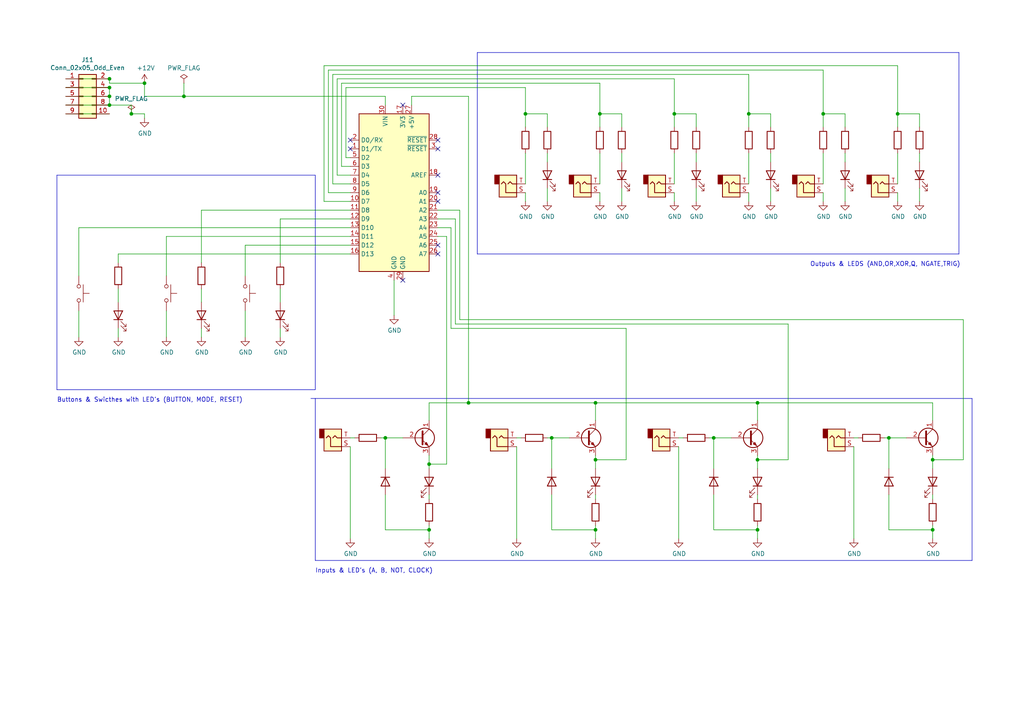
<source format=kicad_sch>
(kicad_sch (version 20230121) (generator eeschema)
  (paper "A4")
  (title_block (title "TrigDuino") (rev "0.1") (company "Jan den Besten"))
  (lib_symbols
    (symbol "Connector_Generic:Conn_02x05_Odd_Even" (pin_names (offset 1.016) hide)
      (property "Reference" "J" (at 1.27 7.62 0))
      (property "Value" "Conn_02x05_Odd_Even" (at 1.27 -7.62 0))
      (symbol "Conn_02x05_Odd_Even_1_1"
        (rectangle (start -1.27 -4.953) (end 0 -5.207) (stroke (width 0.1524)))
        (rectangle (start -1.27 -2.413) (end 0 -2.667) (stroke (width 0.1524)))
        (rectangle (start -1.27 0.127) (end 0 -0.127) (stroke (width 0.1524)))
        (rectangle (start -1.27 2.667) (end 0 2.413) (stroke (width 0.1524)))
        (rectangle (start -1.27 5.207) (end 0 4.953) (stroke (width 0.1524)))
        (rectangle (start -1.27 6.35) (end 3.81 -6.35) (stroke (width 0.254)) (fill (type background)))
        (rectangle (start 3.81 -4.953) (end 2.54 -5.207) (stroke (width 0.1524)))
        (rectangle (start 3.81 -2.413) (end 2.54 -2.667) (stroke (width 0.1524)))
        (rectangle (start 3.81 0.127) (end 2.54 -0.127) (stroke (width 0.1524)))
        (rectangle (start 3.81 2.667) (end 2.54 2.413) (stroke (width 0.1524)))
        (rectangle (start 3.81 5.207) (end 2.54 4.953) (stroke (width 0.1524)))
        (pin passive line (at -5.08 5.08 0) (length 3.81) (name "Pin_1") (number "1"))
        (pin passive line (at 7.62 -5.08 180) (length 3.81) (name "Pin_10") (number "10"))
        (pin passive line (at 7.62 5.08 180) (length 3.81) (name "Pin_2") (number "2"))
        (pin passive line (at -5.08 2.54 0) (length 3.81) (name "Pin_3") (number "3"))
        (pin passive line (at 7.62 2.54 180) (length 3.81) (name "Pin_4") (number "4"))
        (pin passive line (at -5.08 0 0) (length 3.81) (name "Pin_5") (number "5"))
        (pin passive line (at 7.62 0 180) (length 3.81) (name "Pin_6") (number "6"))
        (pin passive line (at -5.08 -2.54 0) (length 3.81) (name "Pin_7") (number "7"))
        (pin passive line (at 7.62 -2.54 180) (length 3.81) (name "Pin_8") (number "8"))
        (pin passive line (at -5.08 -5.08 0) (length 3.81) (name "Pin_9") (number "9"))
      )
    )
    (symbol "Device:LED" (pin_numbers hide) (pin_names (offset 1.016) hide)
      (property "Reference" "D" (at 0 2.54 0))
      (property "Value" "LED" (at 0 -2.54 0))
      (symbol "LED_0_1"
        (polyline (pts (xy -1.27 -1.27) (xy -1.27 1.27)) (stroke (width 0.254)))
        (polyline (pts (xy -1.27 0) (xy 1.27 0)))
        (polyline (pts (xy 1.27 -1.27) (xy 1.27 1.27) (xy -1.27 0) (xy 1.27 -1.27)) (stroke (width 0.254)))
        (polyline (pts (xy -3.048 -0.762) (xy -4.572 -2.286) (xy -3.81 -2.286) (xy -4.572 -2.286) (xy -4.572 -1.524)))
        (polyline (pts (xy -1.778 -0.762) (xy -3.302 -2.286) (xy -2.54 -2.286) (xy -3.302 -2.286) (xy -3.302 -1.524)))
      )
      (symbol "LED_1_1"
        (pin passive line (at -3.81 0 0) (length 2.54) (name "K") (number "1"))
        (pin passive line (at 3.81 0 180) (length 2.54) (name "A") (number "2"))
      )
    )
    (symbol "Device:R" (pin_numbers hide) (pin_names (offset 0))
      (property "Reference" "R" (at 2.032 0 90))
      (property "Value" "R" (at 0 0 90))
      (symbol "R_0_1"
        (rectangle (start -1.016 -2.54) (end 1.016 2.54) (stroke (width 0.254)))
      )
      (symbol "R_1_1"
        (pin passive line (at 0 3.81 270) (length 1.27) (name "~") (number "1"))
        (pin passive line (at 0 -3.81 90) (length 1.27) (name "~") (number "2"))
      )
    )
    (symbol "Diode:1N4148" (pin_numbers hide) (pin_names hide)
      (property "Reference" "D" (at 0 2.54 0))
      (property "Value" "1N4148" (at 0 -2.54 0))
      (symbol "1N4148_0_1"
        (polyline (pts (xy -1.27 1.27) (xy -1.27 -1.27)) (stroke (width 0.254)))
        (polyline (pts (xy 1.27 0) (xy -1.27 0)))
        (polyline (pts (xy 1.27 1.27) (xy 1.27 -1.27) (xy -1.27 0) (xy 1.27 1.27)) (stroke (width 0.254)))
      )
      (symbol "1N4148_1_1"
        (pin passive line (at -3.81 0 0) (length 2.54) (name "K") (number "1"))
        (pin passive line (at 3.81 0 180) (length 2.54) (name "A") (number "2"))
      )
    )
    (symbol "LogicModule-rescue:AudioJack2-Connector"
      (property "Reference" "J" (at 0 8.89 0))
      (property "Value" "Connector_AudioJack2" (at 0 6.35 0))
      (symbol "AudioJack2-Connector_0_1"
        (rectangle (start -3.81 0) (end -2.54 -2.54) (stroke (width 0.254)) (fill (type outline)))
        (rectangle (start -2.54 3.81) (end 2.54 -2.54) (stroke (width 0.254)) (fill (type background)))
        (polyline (pts (xy 0 0) (xy 0.635 -0.635) (xy 1.27 0) (xy 2.54 0)) (stroke (width 0.254)))
        (polyline (pts (xy 2.54 2.54) (xy -0.635 2.54) (xy -0.635 0) (xy -1.27 -0.635) (xy -1.905 0)) (stroke (width 0.254)))
      )
      (symbol "AudioJack2-Connector_1_1"
        (pin passive line (at 5.08 2.54 180) (length 2.54) (name "~") (number "S"))
        (pin passive line (at 5.08 0 180) (length 2.54) (name "~") (number "T"))
      )
    )
    (symbol "MCU_Module:Arduino_Nano_v2.x"
      (property "Reference" "A" (at -10.16 23.495 0))
      (property "Value" "Arduino_Nano_v2.x" (at 5.08 -24.13 0))
      (symbol "Arduino_Nano_v2.x_0_1"
        (rectangle (start -10.16 22.86) (end 10.16 -22.86) (stroke (width 0.254)) (fill (type background)))
      )
      (symbol "Arduino_Nano_v2.x_1_1"
        (pin bidirectional line (at -12.7 12.7 0) (length 2.54) (name "D1/TX") (number "1"))
        (pin bidirectional line (at -12.7 -2.54 0) (length 2.54) (name "D7") (number "10"))
        (pin bidirectional line (at -12.7 -5.08 0) (length 2.54) (name "D8") (number "11"))
        (pin bidirectional line (at -12.7 -7.62 0) (length 2.54) (name "D9") (number "12"))
        (pin bidirectional line (at -12.7 -10.16 0) (length 2.54) (name "D10") (number "13"))
        (pin bidirectional line (at -12.7 -12.7 0) (length 2.54) (name "D11") (number "14"))
        (pin bidirectional line (at -12.7 -15.24 0) (length 2.54) (name "D12") (number "15"))
        (pin bidirectional line (at -12.7 -17.78 0) (length 2.54) (name "D13") (number "16"))
        (pin power_out line (at 2.54 25.4 270) (length 2.54) (name "3V3") (number "17"))
        (pin input line (at 12.7 5.08 180) (length 2.54) (name "AREF") (number "18"))
        (pin bidirectional line (at 12.7 0 180) (length 2.54) (name "A0") (number "19"))
        (pin bidirectional line (at -12.7 15.24 0) (length 2.54) (name "D0/RX") (number "2"))
        (pin bidirectional line (at 12.7 -2.54 180) (length 2.54) (name "A1") (number "20"))
        (pin bidirectional line (at 12.7 -5.08 180) (length 2.54) (name "A2") (number "21"))
        (pin bidirectional line (at 12.7 -7.62 180) (length 2.54) (name "A3") (number "22"))
        (pin bidirectional line (at 12.7 -10.16 180) (length 2.54) (name "A4") (number "23"))
        (pin bidirectional line (at 12.7 -12.7 180) (length 2.54) (name "A5") (number "24"))
        (pin bidirectional line (at 12.7 -15.24 180) (length 2.54) (name "A6") (number "25"))
        (pin bidirectional line (at 12.7 -17.78 180) (length 2.54) (name "A7") (number "26"))
        (pin power_out line (at 5.08 25.4 270) (length 2.54) (name "+5V") (number "27"))
        (pin input line (at 12.7 15.24 180) (length 2.54) (name "~{RESET}") (number "28"))
        (pin power_in line (at 2.54 -25.4 90) (length 2.54) (name "GND") (number "29"))
        (pin input line (at 12.7 12.7 180) (length 2.54) (name "~{RESET}") (number "3"))
        (pin power_in line (at -2.54 25.4 270) (length 2.54) (name "VIN") (number "30"))
        (pin power_in line (at 0 -25.4 90) (length 2.54) (name "GND") (number "4"))
        (pin bidirectional line (at -12.7 10.16 0) (length 2.54) (name "D2") (number "5"))
        (pin bidirectional line (at -12.7 7.62 0) (length 2.54) (name "D3") (number "6"))
        (pin bidirectional line (at -12.7 5.08 0) (length 2.54) (name "D4") (number "7"))
        (pin bidirectional line (at -12.7 2.54 0) (length 2.54) (name "D5") (number "8"))
        (pin bidirectional line (at -12.7 0 0) (length 2.54) (name "D6") (number "9"))
      )
    )
    (symbol "Switch:SW_Push" (pin_numbers hide) (pin_names (offset 1.016) hide)
      (property "Reference" "SW" (at 1.27 2.54 0))
      (property "Value" "SW_Push" (at 0 -1.524 0))
      (symbol "SW_Push_0_1"
        (circle (center -2.032 0) (radius 0.508))
        (polyline (pts (xy 0 1.27) (xy 0 3.048)))
        (polyline (pts (xy 2.54 1.27) (xy -2.54 1.27)))
        (circle (center 2.032 0) (radius 0.508))
        (pin passive line (at -5.08 0 0) (length 2.54) (name "1") (number "1"))
        (pin passive line (at 5.08 0 180) (length 2.54) (name "2") (number "2"))
      )
    )
    (symbol "Transistor_BJT:BC337" (pin_names (offset 0) hide)
      (property "Reference" "Q" (at 5.08 1.905 0))
      (property "Value" "BC337" (at 5.08 0 0))
      (symbol "BC337_0_1"
        (polyline (pts (xy 0 0) (xy 0.635 0)))
        (polyline (pts (xy 0.635 0.635) (xy 2.54 2.54)))
        (polyline (pts (xy 0.635 -0.635) (xy 2.54 -2.54) (xy 2.54 -2.54)))
        (polyline (pts (xy 0.635 1.905) (xy 0.635 -1.905) (xy 0.635 -1.905)) (stroke (width 0.508)))
        (polyline (pts (xy 1.27 -1.778) (xy 1.778 -1.27) (xy 2.286 -2.286) (xy 1.27 -1.778) (xy 1.27 -1.778)) (fill (type outline)))
        (circle (center 1.27 0) (radius 2.8194) (stroke (width 0.254)))
      )
      (symbol "BC337_1_1"
        (pin passive line (at 2.54 5.08 270) (length 2.54) (name "C") (number "1"))
        (pin input line (at -5.08 0 0) (length 5.08) (name "B") (number "2"))
        (pin passive line (at 2.54 -5.08 90) (length 2.54) (name "E") (number "3"))
      )
    )
    (symbol "power:+12V" (power) (pin_names (offset 0))
      (property "Value" "+12V" (at 0 3.556 0))
      (symbol "+12V_0_1"
        (polyline (pts (xy -0.762 1.27) (xy 0 2.54)))
        (polyline (pts (xy 0 0) (xy 0 2.54)))
        (polyline (pts (xy 0 2.54) (xy 0.762 1.27)))
      )
      (symbol "+12V_1_1"
        (pin power_in line (at 0 0 90) (length 0) hide (name "+12V") (number "1"))
      )
    )
    (symbol "power:GND" (power) (pin_names (offset 0))
      (property "Value" "GND" (at 0 -3.81 0))
      (symbol "GND_0_1"
        (polyline (pts (xy 0 0) (xy 0 -1.27) (xy 1.27 -1.27) (xy 0 -2.54) (xy -1.27 -1.27) (xy 0 -1.27)))
      )
      (symbol "GND_1_1"
        (pin power_in line (at 0 0 270) (length 0) hide (name "GND") (number "1"))
      )
    )
    (symbol "power:PWR_FLAG" (power) (pin_numbers hide) (pin_names (offset 0) hide)
      (property "Value" "PWR_FLAG" (at 0 3.81 0))
      (symbol "PWR_FLAG_0_0"
        (pin power_out line (at 0 0 90) (length 0) (name "pwr") (number "1"))
      )
      (symbol "PWR_FLAG_0_1"
        (polyline (pts (xy 0 0) (xy 0 1.27) (xy -1.016 1.905) (xy 0 2.54) (xy 1.016 1.905) (xy 0 1.27)))
      )
    )
  )
  (junction (at 219.71 133.35))
  (junction (at 31.75 25.4))
  (junction (at 31.75 22.86))
  (junction (at 270.51 133.35))
  (junction (at 53.34 27.94))
  (junction (at 219.71 116.84))
  (junction (at 219.71 153.67))
  (junction (at 160.02 127))
  (junction (at 41.91 24.13))
  (junction (at 260.35 33.02))
  (junction (at 124.46 153.67))
  (junction (at 217.17 33.02))
  (junction (at 270.51 153.67))
  (junction (at 195.58 33.02))
  (junction (at 31.75 30.48))
  (junction (at 152.4 33.02))
  (junction (at 172.72 116.84))
  (junction (at 124.46 134.62))
  (junction (at 173.99 33.02))
  (junction (at 257.81 127))
  (junction (at 38.1 33.02))
  (junction (at 135.89 116.84))
  (junction (at 207.01 127))
  (junction (at 172.72 133.35))
  (junction (at 172.72 153.67))
  (junction (at 111.76 127))
  (junction (at 31.75 27.94))
  (junction (at 238.76 33.02))
  (no_connect (at 127 58.42))
  (no_connect (at 127 55.88))
  (no_connect (at 101.6 43.18))
  (no_connect (at 127 40.64))
  (no_connect (at 127 43.18))
  (no_connect (at 127 73.66))
  (no_connect (at 116.84 81.28))
  (no_connect (at 116.84 30.48))
  (no_connect (at 127 71.12))
  (no_connect (at 127 50.8))
  (no_connect (at 101.6 40.64))
  (polyline (pts (xy 91.44 162.56) (xy 91.44 115.57)))
  (wire (pts (xy 160.02 135.89) (xy 160.02 127)))
  (wire (pts (xy 173.99 55.88) (xy 173.99 58.42)))
  (polyline (pts (xy 281.94 115.57) (xy 281.94 162.56)))
  (polyline (pts (xy 91.44 113.03) (xy 91.44 50.8)))
  (wire (pts (xy 173.99 33.02) (xy 180.34 33.02)))
  (wire (pts (xy 223.52 33.02) (xy 223.52 36.83)))
  (wire (pts (xy 101.6 156.21) (xy 101.6 129.54)))
  (wire (pts (xy 31.75 30.48) (xy 19.05 30.48)))
  (wire (pts (xy 238.76 53.34) (xy 238.76 44.45)))
  (wire (pts (xy 219.71 135.89) (xy 219.71 133.35)))
  (wire (pts (xy 228.6 93.98) (xy 132.08 93.98)))
  (wire (pts (xy 260.35 33.02) (xy 266.7 33.02)))
  (wire (pts (xy 270.51 116.84) (xy 219.71 116.84)))
  (wire (pts (xy 160.02 143.51) (xy 160.02 153.67)))
  (wire (pts (xy 130.81 95.25) (xy 130.81 66.04)))
  (wire (pts (xy 119.38 30.48) (xy 119.38 27.94)))
  (wire (pts (xy 219.71 152.4) (xy 219.71 153.67)))
  (polyline (pts (xy 16.51 113.03) (xy 91.44 113.03)))
  (wire (pts (xy 58.42 83.82) (xy 58.42 87.63)))
  (wire (pts (xy 247.65 156.21) (xy 247.65 129.54)))
  (wire (pts (xy 48.26 97.79) (xy 48.26 90.17)))
  (wire (pts (xy 53.34 27.94) (xy 41.91 27.94)))
  (wire (pts (xy 133.35 60.96) (xy 127 60.96)))
  (wire (pts (xy 101.6 73.66) (xy 34.29 73.66)))
  (wire (pts (xy 100.33 45.72) (xy 101.6 45.72)))
  (wire (pts (xy 130.81 66.04) (xy 127 66.04)))
  (wire (pts (xy 195.58 55.88) (xy 195.58 58.42)))
  (wire (pts (xy 279.4 92.71) (xy 133.35 92.71)))
  (wire (pts (xy 124.46 134.62) (xy 124.46 135.89)))
  (wire (pts (xy 160.02 127) (xy 165.1 127)))
  (wire (pts (xy 217.17 21.59) (xy 217.17 33.02)))
  (wire (pts (xy 124.46 132.08) (xy 124.46 134.62)))
  (wire (pts (xy 124.46 152.4) (xy 124.46 153.67)))
  (wire (pts (xy 217.17 53.34) (xy 217.17 44.45)))
  (wire (pts (xy 266.7 33.02) (xy 266.7 36.83)))
  (wire (pts (xy 111.76 30.48) (xy 111.76 27.94)))
  (wire (pts (xy 34.29 95.25) (xy 34.29 97.79)))
  (wire (pts (xy 180.34 54.61) (xy 180.34 58.42)))
  (wire (pts (xy 260.35 55.88) (xy 260.35 58.42)))
  (wire (pts (xy 135.89 27.94) (xy 135.89 116.84)))
  (wire (pts (xy 247.65 127) (xy 248.92 127)))
  (wire (pts (xy 81.28 63.5) (xy 101.6 63.5)))
  (wire (pts (xy 111.76 135.89) (xy 111.76 127)))
  (wire (pts (xy 53.34 24.13) (xy 53.34 27.94)))
  (wire (pts (xy 172.72 152.4) (xy 172.72 153.67)))
  (wire (pts (xy 270.51 144.78) (xy 270.51 143.51)))
  (wire (pts (xy 152.4 53.34) (xy 152.4 44.45)))
  (wire (pts (xy 22.86 97.79) (xy 22.86 90.17)))
  (wire (pts (xy 257.81 135.89) (xy 257.81 127)))
  (wire (pts (xy 270.51 153.67) (xy 270.51 156.21)))
  (wire (pts (xy 217.17 33.02) (xy 223.52 33.02)))
  (wire (pts (xy 124.46 116.84) (xy 124.46 121.92)))
  (polyline (pts (xy 281.94 162.56) (xy 91.44 162.56)))
  (wire (pts (xy 207.01 143.51) (xy 207.01 153.67)))
  (wire (pts (xy 101.6 60.96) (xy 58.42 60.96)))
  (polyline (pts (xy 138.43 15.24) (xy 278.13 15.24)))
  (wire (pts (xy 219.71 153.67) (xy 219.71 156.21)))
  (wire (pts (xy 119.38 27.94) (xy 135.89 27.94)))
  (wire (pts (xy 38.1 30.48) (xy 31.75 30.48)))
  (wire (pts (xy 217.17 36.83) (xy 217.17 33.02)))
  (wire (pts (xy 172.72 153.67) (xy 172.72 156.21)))
  (polyline (pts (xy 138.43 73.66) (xy 278.13 73.66)))
  (wire (pts (xy 160.02 153.67) (xy 172.72 153.67)))
  (wire (pts (xy 270.51 133.35) (xy 279.4 133.35)))
  (wire (pts (xy 95.25 55.88) (xy 95.25 20.32)))
  (wire (pts (xy 31.75 24.13) (xy 31.75 22.86)))
  (wire (pts (xy 124.46 144.78) (xy 124.46 143.51)))
  (wire (pts (xy 201.93 54.61) (xy 201.93 58.42)))
  (wire (pts (xy 205.74 127) (xy 207.01 127)))
  (wire (pts (xy 31.75 27.94) (xy 31.75 25.4)))
  (wire (pts (xy 207.01 135.89) (xy 207.01 127)))
  (wire (pts (xy 257.81 127) (xy 262.89 127)))
  (wire (pts (xy 217.17 55.88) (xy 217.17 58.42)))
  (wire (pts (xy 152.4 33.02) (xy 158.75 33.02)))
  (wire (pts (xy 58.42 95.25) (xy 58.42 97.79)))
  (wire (pts (xy 129.54 68.58) (xy 129.54 134.62)))
  (wire (pts (xy 158.75 127) (xy 160.02 127)))
  (wire (pts (xy 111.76 143.51) (xy 111.76 153.67)))
  (wire (pts (xy 71.12 71.12) (xy 71.12 80.01)))
  (wire (pts (xy 114.3 81.28) (xy 114.3 91.44)))
  (wire (pts (xy 238.76 20.32) (xy 238.76 33.02)))
  (polyline (pts (xy 278.13 73.66) (xy 278.13 15.24)))
  (wire (pts (xy 201.93 44.45) (xy 201.93 46.99)))
  (wire (pts (xy 38.1 33.02) (xy 38.1 30.48)))
  (wire (pts (xy 219.71 144.78) (xy 219.71 143.51)))
  (wire (pts (xy 111.76 27.94) (xy 53.34 27.94)))
  (wire (pts (xy 260.35 36.83) (xy 260.35 33.02)))
  (wire (pts (xy 135.89 116.84) (xy 172.72 116.84)))
  (wire (pts (xy 195.58 22.86) (xy 195.58 33.02)))
  (wire (pts (xy 38.1 33.02) (xy 41.91 33.02)))
  (wire (pts (xy 34.29 83.82) (xy 34.29 87.63)))
  (wire (pts (xy 158.75 58.42) (xy 158.75 54.61)))
  (wire (pts (xy 81.28 76.2) (xy 81.28 63.5)))
  (wire (pts (xy 101.6 55.88) (xy 95.25 55.88)))
  (wire (pts (xy 266.7 54.61) (xy 266.7 58.42)))
  (wire (pts (xy 111.76 127) (xy 116.84 127)))
  (wire (pts (xy 201.93 33.02) (xy 201.93 36.83)))
  (wire (pts (xy 97.79 22.86) (xy 195.58 22.86)))
  (wire (pts (xy 149.86 127) (xy 151.13 127)))
  (wire (pts (xy 99.06 48.26) (xy 101.6 48.26)))
  (wire (pts (xy 93.98 58.42) (xy 101.6 58.42)))
  (wire (pts (xy 110.49 127) (xy 111.76 127)))
  (polyline (pts (xy 138.43 15.24) (xy 138.43 73.66)))
  (wire (pts (xy 129.54 134.62) (xy 124.46 134.62)))
  (wire (pts (xy 99.06 24.13) (xy 99.06 48.26)))
  (wire (pts (xy 97.79 50.8) (xy 97.79 22.86)))
  (wire (pts (xy 31.75 30.48) (xy 31.75 27.94)))
  (wire (pts (xy 172.72 135.89) (xy 172.72 133.35)))
  (wire (pts (xy 270.51 116.84) (xy 270.51 121.92)))
  (wire (pts (xy 238.76 55.88) (xy 238.76 58.42)))
  (wire (pts (xy 279.4 133.35) (xy 279.4 92.71)))
  (wire (pts (xy 41.91 27.94) (xy 41.91 24.13)))
  (wire (pts (xy 196.85 156.21) (xy 196.85 129.54)))
  (wire (pts (xy 124.46 153.67) (xy 124.46 156.21)))
  (polyline (pts (xy 90.17 115.57) (xy 281.94 115.57)))
  (wire (pts (xy 41.91 24.13) (xy 31.75 24.13)))
  (wire (pts (xy 173.99 24.13) (xy 173.99 33.02)))
  (wire (pts (xy 158.75 44.45) (xy 158.75 46.99)))
  (wire (pts (xy 100.33 25.4) (xy 100.33 45.72)))
  (wire (pts (xy 31.75 25.4) (xy 19.05 25.4)))
  (wire (pts (xy 245.11 44.45) (xy 245.11 46.99)))
  (wire (pts (xy 19.05 22.86) (xy 31.75 22.86)))
  (wire (pts (xy 152.4 25.4) (xy 100.33 25.4)))
  (wire (pts (xy 207.01 127) (xy 212.09 127)))
  (wire (pts (xy 152.4 25.4) (xy 152.4 33.02)))
  (wire (pts (xy 127 68.58) (xy 129.54 68.58)))
  (wire (pts (xy 257.81 153.67) (xy 270.51 153.67)))
  (wire (pts (xy 172.72 133.35) (xy 181.61 133.35)))
  (wire (pts (xy 124.46 116.84) (xy 135.89 116.84)))
  (wire (pts (xy 172.72 144.78) (xy 172.72 143.51)))
  (wire (pts (xy 111.76 153.67) (xy 124.46 153.67)))
  (wire (pts (xy 181.61 133.35) (xy 181.61 95.25)))
  (wire (pts (xy 195.58 53.34) (xy 195.58 44.45)))
  (wire (pts (xy 195.58 33.02) (xy 201.93 33.02)))
  (wire (pts (xy 180.34 44.45) (xy 180.34 46.99)))
  (wire (pts (xy 48.26 68.58) (xy 101.6 68.58)))
  (wire (pts (xy 101.6 127) (xy 102.87 127)))
  (wire (pts (xy 19.05 33.02) (xy 31.75 33.02)))
  (wire (pts (xy 158.75 33.02) (xy 158.75 36.83)))
  (wire (pts (xy 149.86 156.21) (xy 149.86 129.54)))
  (wire (pts (xy 245.11 54.61) (xy 245.11 58.42)))
  (wire (pts (xy 31.75 27.94) (xy 19.05 27.94)))
  (wire (pts (xy 270.51 133.35) (xy 270.51 132.08)))
  (wire (pts (xy 173.99 36.83) (xy 173.99 33.02)))
  (wire (pts (xy 133.35 92.71) (xy 133.35 60.96)))
  (wire (pts (xy 257.81 143.51) (xy 257.81 153.67)))
  (polyline (pts (xy 91.44 50.8) (xy 16.51 50.8)))
  (wire (pts (xy 172.72 116.84) (xy 172.72 121.92)))
  (wire (pts (xy 270.51 152.4) (xy 270.51 153.67)))
  (wire (pts (xy 217.17 21.59) (xy 96.52 21.59)))
  (wire (pts (xy 256.54 127) (xy 257.81 127)))
  (wire (pts (xy 101.6 50.8) (xy 97.79 50.8)))
  (wire (pts (xy 58.42 60.96) (xy 58.42 76.2)))
  (wire (pts (xy 238.76 36.83) (xy 238.76 33.02)))
  (wire (pts (xy 152.4 36.83) (xy 152.4 33.02)))
  (wire (pts (xy 219.71 116.84) (xy 219.71 121.92)))
  (wire (pts (xy 196.85 127) (xy 198.12 127)))
  (wire (pts (xy 22.86 66.04) (xy 101.6 66.04)))
  (wire (pts (xy 223.52 44.45) (xy 223.52 46.99)))
  (wire (pts (xy 132.08 63.5) (xy 127 63.5)))
  (wire (pts (xy 172.72 133.35) (xy 172.72 132.08)))
  (wire (pts (xy 41.91 33.02) (xy 41.91 34.29)))
  (wire (pts (xy 207.01 153.67) (xy 219.71 153.67)))
  (wire (pts (xy 195.58 36.83) (xy 195.58 33.02)))
  (wire (pts (xy 48.26 68.58) (xy 48.26 80.01)))
  (wire (pts (xy 181.61 95.25) (xy 130.81 95.25)))
  (wire (pts (xy 180.34 33.02) (xy 180.34 36.83)))
  (wire (pts (xy 270.51 135.89) (xy 270.51 133.35)))
  (wire (pts (xy 81.28 95.25) (xy 81.28 97.79)))
  (wire (pts (xy 260.35 53.34) (xy 260.35 44.45)))
  (wire (pts (xy 173.99 53.34) (xy 173.99 44.45)))
  (wire (pts (xy 101.6 71.12) (xy 71.12 71.12)))
  (wire (pts (xy 245.11 33.02) (xy 245.11 36.83)))
  (wire (pts (xy 219.71 133.35) (xy 219.71 132.08)))
  (wire (pts (xy 238.76 33.02) (xy 245.11 33.02)))
  (polyline (pts (xy 16.51 50.8) (xy 16.51 113.03)))
  (wire (pts (xy 93.98 19.05) (xy 93.98 58.42)))
  (wire (pts (xy 266.7 44.45) (xy 266.7 46.99)))
  (wire (pts (xy 132.08 93.98) (xy 132.08 63.5)))
  (wire (pts (xy 173.99 24.13) (xy 99.06 24.13)))
  (wire (pts (xy 152.4 55.88) (xy 152.4 58.42)))
  (wire (pts (xy 219.71 116.84) (xy 172.72 116.84)))
  (wire (pts (xy 260.35 19.05) (xy 260.35 33.02)))
  (wire (pts (xy 219.71 133.35) (xy 228.6 133.35)))
  (wire (pts (xy 96.52 53.34) (xy 101.6 53.34)))
  (wire (pts (xy 228.6 133.35) (xy 228.6 93.98)))
  (wire (pts (xy 260.35 19.05) (xy 93.98 19.05)))
  (wire (pts (xy 81.28 83.82) (xy 81.28 87.63)))
  (wire (pts (xy 34.29 73.66) (xy 34.29 76.2)))
  (wire (pts (xy 96.52 21.59) (xy 96.52 53.34)))
  (wire (pts (xy 71.12 97.79) (xy 71.12 90.17)))
  (wire (pts (xy 95.25 20.32) (xy 238.76 20.32)))
  (wire (pts (xy 22.86 66.04) (xy 22.86 80.01)))
  (wire (pts (xy 223.52 54.61) (xy 223.52 58.42)))
  (text "Inputs & LED’s (A, B, NOT, CLOCK)" (at 91.44 166.37 0) (effects (font (size 1.27 1.27)) (justify left bottom)))
  (text "Outputs & LEDS (AND,OR,XOR,Q, NGATE,TRIG)" (at 234.95 77.47 0) (effects (font (size 1.27 1.27)) (justify left bottom)))
  (text "Buttons & Swicthes with LED’s (BUTTON, MODE, RESET)" (at 16.51 116.84 0) (effects (font (size 1.27 1.27)) (justify left bottom)))
  (symbol (lib_id "MCU_Module:Arduino_Nano_v2.x") (at 114.3 55.88 0) (unit 1)
    (property "Reference" "A1" (at 114.3 83.5406 0))
    (property "Value" "Arduino_Nano_v2.x" (at 114.3 85.852 0))
    (property "Footprint" "Module:Arduino_Nano" (effects hide))
    (property "Datasheet" "https://www.arduino.cc/en/uploads/Main/ArduinoNanoManual23.pdf" (effects hide))
    (property "Datasheet" "https://www.arduino.cc/en/uploads/Main/ArduinoNanoManual23.pdf" (effects hide))
    (property "Reference" "A1" (effects hide))
    (property "Value" "Arduino_Nano_v2.x" (effects hide))
  )
  (symbol (lib_id "power:GND") (at 22.86 97.79 0) (unit 1)
    (property "Reference" "#PWR01" (effects hide))
    (property "Value" "GND" (at 22.987 102.1842 0))
  )
  (symbol (lib_id "Switch:SW_Push") (at 22.86 85.09 270) (unit 1)
    (property "Reference" "SW1" (at 26.6192 83.9216 90) (effects (justify left)))
    (property "Value" "Button" (at 26.6192 86.233 90) (effects (justify left)))
    (property "Footprint" "Button_Switch_THT:SW_PUSH_6mm" (effects hide))
    (property "Reference" "SW1" (effects hide))
    (property "Value" "Button" (effects hide))
  )
  (symbol (lib_id "power:GND") (at 48.26 97.79 0) (unit 1)
    (property "Reference" "#PWR03" (effects hide))
    (property "Value" "GND" (at 48.387 102.1842 0))
  )
  (symbol (lib_id "Switch:SW_Push") (at 48.26 85.09 270) (unit 1)
    (property "Reference" "SW2" (at 52.0192 83.9216 90) (effects (justify left)))
    (property "Value" "Mode" (at 52.0192 86.233 90) (effects (justify left)))
    (property "Footprint" "Button_Switch_THT:SW_PUSH_6mm" (effects hide))
    (property "Reference" "SW2" (effects hide))
    (property "Value" "Mode" (effects hide))
  )
  (symbol (lib_id "power:GND") (at 71.12 97.79 0) (unit 1)
    (property "Reference" "#PWR05" (effects hide))
    (property "Value" "GND" (at 71.247 102.1842 0))
  )
  (symbol (lib_id "Switch:SW_Push") (at 71.12 85.09 270) (unit 1)
    (property "Reference" "SW3" (at 74.8792 83.9216 90) (effects (justify left)))
    (property "Value" "Reset" (at 74.8792 86.233 90) (effects (justify left)))
    (property "Footprint" "Button_Switch_THT:SW_PUSH_6mm" (effects hide))
    (property "Reference" "SW3" (effects hide))
    (property "Value" "Reset" (effects hide))
  )
  (symbol (lib_id "power:GND") (at 34.29 97.79 0) (unit 1)
    (property "Reference" "#PWR02" (effects hide))
    (property "Value" "GND" (at 34.417 102.1842 0))
  )
  (symbol (lib_id "Device:LED") (at 34.29 91.44 90) (unit 1)
    (property "Reference" "D1" (at 37.2872 90.4494 90) (effects (justify right)))
    (property "Value" "LED button" (at 37.2872 92.7608 90) (effects (justify right)))
    (property "Footprint" "LED_THT:LED_D3.0mm" (effects hide))
    (property "Reference" "D1" (effects hide))
    (property "Value" "LED" (effects hide))
  )
  (symbol (lib_id "Device:R") (at 34.29 80.01 0) (unit 1)
    (property "Reference" "R1" (at 36.068 78.8416 0) (effects (justify left)))
    (property "Value" "1k" (at 36.068 81.153 0) (effects (justify left)))
    (property "Footprint" "Resistor_THT:R_Axial_DIN0207_L6.3mm_D2.5mm_P10.16mm_Horizontal" (effects hide))
    (property "Reference" "R1" (effects hide))
    (property "Value" "1k" (effects hide))
  )
  (symbol (lib_id "Device:R") (at 58.42 80.01 0) (unit 1)
    (property "Reference" "R2" (at 60.198 78.8416 0) (effects (justify left)))
    (property "Value" "1k" (at 60.198 81.153 0) (effects (justify left)))
    (property "Footprint" "Resistor_THT:R_Axial_DIN0207_L6.3mm_D2.5mm_P10.16mm_Horizontal" (effects hide))
    (property "Reference" "R2" (effects hide))
    (property "Value" "1k" (effects hide))
  )
  (symbol (lib_id "Device:LED") (at 58.42 91.44 90) (unit 1)
    (property "Reference" "D2" (at 61.4172 90.4494 90) (effects (justify right)))
    (property "Value" "LED Mode" (at 61.4172 92.7608 90) (effects (justify right)))
    (property "Footprint" "LED_THT:LED_D3.0mm" (effects hide))
    (property "Reference" "D2" (effects hide))
    (property "Value" "LED" (effects hide))
  )
  (symbol (lib_id "power:GND") (at 58.42 97.79 0) (unit 1)
    (property "Reference" "#PWR04" (effects hide))
    (property "Value" "GND" (at 58.547 102.1842 0))
  )
  (symbol (lib_id "Device:R") (at 81.28 80.01 0) (unit 1)
    (property "Reference" "R3" (at 83.058 78.8416 0) (effects (justify left)))
    (property "Value" "1k" (at 83.058 81.153 0) (effects (justify left)))
    (property "Footprint" "Resistor_THT:R_Axial_DIN0207_L6.3mm_D2.5mm_P10.16mm_Horizontal" (effects hide))
    (property "Reference" "R3" (effects hide))
    (property "Value" "1k" (effects hide))
  )
  (symbol (lib_id "Device:LED") (at 81.28 91.44 90) (unit 1)
    (property "Reference" "D3" (at 84.2772 90.4494 90) (effects (justify right)))
    (property "Value" "LED Reset" (at 84.2772 92.7608 90) (effects (justify right)))
    (property "Footprint" "LED_THT:LED_D3.0mm" (effects hide))
    (property "Reference" "D3" (effects hide))
    (property "Value" "LED" (effects hide))
  )
  (symbol (lib_id "power:GND") (at 81.28 97.79 0) (unit 1)
    (property "Reference" "#PWR06" (effects hide))
    (property "Value" "GND" (at 81.407 102.1842 0))
  )
  (symbol (lib_id "Device:R") (at 152.4 40.64 0) (unit 1)
    (property "Reference" "R6" (at 154.178 39.4716 0) (effects (justify left)))
    (property "Value" "1K" (at 154.178 41.783 0) (effects (justify left)))
    (property "Footprint" "Resistor_THT:R_Axial_DIN0207_L6.3mm_D2.5mm_P10.16mm_Horizontal" (effects hide))
    (property "Reference" "R6" (effects hide))
    (property "Value" "1K" (effects hide))
  )
  (symbol (lib_id "power:GND") (at 152.4 58.42 0) (unit 1)
    (property "Reference" "#PWR010" (effects hide))
    (property "Value" "GND" (at 152.527 62.8142 0))
  )
  (symbol (lib_id "power:GND") (at 158.75 58.42 0) (unit 1)
    (property "Reference" "#PWR011" (effects hide))
    (property "Value" "GND" (at 158.877 62.8142 0))
  )
  (symbol (lib_id "LogicModule-rescue:AudioJack2-Connector") (at 147.32 53.34 0) (mirror x) (unit 1)
    (property "Reference" "J3" (at 142.7734 52.9082 0) (effects (justify right)))
    (property "Value" "AND" (at 148.59 59.69 0) (effects (justify right)))
    (property "Footprint" "Connector_Audio:Jack_3.5mm_QingPu_WQP-PJ398SM_Vertical_CircularHoles" (effects hide))
    (property "Reference" "J3" (effects hide))
    (property "Value" "AND" (effects hide))
  )
  (symbol (lib_id "Device:R") (at 158.75 40.64 0) (unit 1)
    (property "Reference" "R8" (at 160.528 39.4716 0) (effects (justify left)))
    (property "Value" "1K" (at 160.528 41.783 0) (effects (justify left)))
    (property "Footprint" "Resistor_THT:R_Axial_DIN0207_L6.3mm_D2.5mm_P10.16mm_Horizontal" (effects hide))
    (property "Reference" "R8" (effects hide))
    (property "Value" "1K" (effects hide))
  )
  (symbol (lib_id "Device:LED") (at 158.75 50.8 90) (unit 1)
    (property "Reference" "D6" (at 161.29 49.53 90) (effects (justify right)))
    (property "Value" "LED AND " (at 161.7472 52.1208 90) (effects (justify right)))
    (property "Footprint" "LED_THT:LED_D3.0mm" (effects hide))
    (property "Reference" "D6" (effects hide))
    (property "Value" " " (effects hide))
  )
  (symbol (lib_id "Device:LED") (at 180.34 50.8 90) (unit 1)
    (property "Reference" "D9" (at 182.88 49.53 90) (effects (justify right)))
    (property "Value" "LED OR" (at 183.3372 52.1208 90) (effects (justify right)))
    (property "Footprint" "LED_THT:LED_D3.0mm" (effects hide))
    (property "Reference" "D9" (effects hide))
    (property "Value" " " (effects hide))
  )
  (symbol (lib_id "Device:R") (at 180.34 40.64 0) (unit 1)
    (property "Reference" "R11" (at 182.118 39.4716 0) (effects (justify left)))
    (property "Value" "1K" (at 182.118 41.783 0) (effects (justify left)))
    (property "Footprint" "Resistor_THT:R_Axial_DIN0207_L6.3mm_D2.5mm_P10.16mm_Horizontal" (effects hide))
    (property "Reference" "R11" (effects hide))
    (property "Value" "1K" (effects hide))
  )
  (symbol (lib_id "LogicModule-rescue:AudioJack2-Connector") (at 168.91 53.34 0) (mirror x) (unit 1)
    (property "Reference" "J4" (at 164.3634 52.9082 0) (effects (justify right)))
    (property "Value" "OR" (at 170.18 59.69 0) (effects (justify right)))
    (property "Footprint" "Connector_Audio:Jack_3.5mm_QingPu_WQP-PJ398SM_Vertical_CircularHoles" (effects hide))
    (property "Reference" "J4" (effects hide))
    (property "Value" "OR" (effects hide))
  )
  (symbol (lib_id "power:GND") (at 180.34 58.42 0) (unit 1)
    (property "Reference" "#PWR014" (effects hide))
    (property "Value" "GND" (at 180.467 62.8142 0))
  )
  (symbol (lib_id "power:GND") (at 173.99 58.42 0) (unit 1)
    (property "Reference" "#PWR013" (effects hide))
    (property "Value" "GND" (at 174.117 62.8142 0))
  )
  (symbol (lib_id "Device:R") (at 173.99 40.64 0) (unit 1)
    (property "Reference" "R10" (at 175.768 39.4716 0) (effects (justify left)))
    (property "Value" "1K" (at 175.768 41.783 0) (effects (justify left)))
    (property "Footprint" "Resistor_THT:R_Axial_DIN0207_L6.3mm_D2.5mm_P10.16mm_Horizontal" (effects hide))
    (property "Reference" "R10" (effects hide))
    (property "Value" "1K" (effects hide))
  )
  (symbol (lib_id "Device:LED") (at 201.93 50.8 90) (unit 1)
    (property "Reference" "D10" (at 204.47 49.53 90) (effects (justify right)))
    (property "Value" "LED XOR" (at 204.9272 52.1208 90) (effects (justify right)))
    (property "Footprint" "LED_THT:LED_D3.0mm" (effects hide))
    (property "Reference" "D10" (effects hide))
    (property "Value" " " (effects hide))
  )
  (symbol (lib_id "Device:R") (at 201.93 40.64 0) (unit 1)
    (property "Reference" "R13" (at 203.708 39.4716 0) (effects (justify left)))
    (property "Value" "1K" (at 203.708 41.783 0) (effects (justify left)))
    (property "Footprint" "Resistor_THT:R_Axial_DIN0207_L6.3mm_D2.5mm_P10.16mm_Horizontal" (effects hide))
    (property "Reference" "R13" (effects hide))
    (property "Value" "1K" (effects hide))
  )
  (symbol (lib_id "LogicModule-rescue:AudioJack2-Connector") (at 190.5 53.34 0) (mirror x) (unit 1)
    (property "Reference" "J5" (at 185.9534 52.9082 0) (effects (justify right)))
    (property "Value" "XOR" (at 191.77 59.69 0) (effects (justify right)))
    (property "Footprint" "Connector_Audio:Jack_3.5mm_QingPu_WQP-PJ398SM_Vertical_CircularHoles" (effects hide))
    (property "Reference" "J5" (effects hide))
    (property "Value" "XOR" (effects hide))
  )
  (symbol (lib_id "power:GND") (at 201.93 58.42 0) (unit 1)
    (property "Reference" "#PWR017" (effects hide))
    (property "Value" "GND" (at 202.057 62.8142 0))
  )
  (symbol (lib_id "power:GND") (at 195.58 58.42 0) (unit 1)
    (property "Reference" "#PWR015" (effects hide))
    (property "Value" "GND" (at 195.707 62.8142 0))
  )
  (symbol (lib_id "Device:R") (at 195.58 40.64 0) (unit 1)
    (property "Reference" "R12" (at 197.358 39.4716 0) (effects (justify left)))
    (property "Value" "1K" (at 197.358 41.783 0) (effects (justify left)))
    (property "Footprint" "Resistor_THT:R_Axial_DIN0207_L6.3mm_D2.5mm_P10.16mm_Horizontal" (effects hide))
    (property "Reference" "R12" (effects hide))
    (property "Value" "1K" (effects hide))
  )
  (symbol (lib_id "Device:LED") (at 223.52 50.8 90) (unit 1)
    (property "Reference" "D13" (at 226.06 49.53 90) (effects (justify right)))
    (property "Value" "LED Q" (at 226.5172 52.1208 90) (effects (justify right)))
    (property "Footprint" "LED_THT:LED_D3.0mm" (effects hide))
    (property "Reference" "D13" (effects hide))
    (property "Value" " " (effects hide))
  )
  (symbol (lib_id "Device:R") (at 223.52 40.64 0) (unit 1)
    (property "Reference" "R17" (at 225.298 39.4716 0) (effects (justify left)))
    (property "Value" "1K" (at 225.298 41.783 0) (effects (justify left)))
    (property "Footprint" "Resistor_THT:R_Axial_DIN0207_L6.3mm_D2.5mm_P10.16mm_Horizontal" (effects hide))
    (property "Reference" "R17" (effects hide))
    (property "Value" "1K" (effects hide))
  )
  (symbol (lib_id "LogicModule-rescue:AudioJack2-Connector") (at 212.09 53.34 0) (mirror x) (unit 1)
    (property "Reference" "J7" (at 207.5434 52.9082 0) (effects (justify right)))
    (property "Value" "Q" (at 213.36 59.69 0) (effects (justify right)))
    (property "Footprint" "Connector_Audio:Jack_3.5mm_QingPu_WQP-PJ398SM_Vertical_CircularHoles" (effects hide))
    (property "Reference" "J7" (effects hide))
    (property "Value" "Q" (effects hide))
  )
  (symbol (lib_id "power:GND") (at 223.52 58.42 0) (unit 1)
    (property "Reference" "#PWR020" (effects hide))
    (property "Value" "GND" (at 223.647 62.8142 0))
  )
  (symbol (lib_id "power:GND") (at 217.17 58.42 0) (unit 1)
    (property "Reference" "#PWR018" (effects hide))
    (property "Value" "GND" (at 217.297 62.8142 0))
  )
  (symbol (lib_id "Device:R") (at 217.17 40.64 0) (unit 1)
    (property "Reference" "R15" (at 218.948 39.4716 0) (effects (justify left)))
    (property "Value" "1K" (at 218.948 41.783 0) (effects (justify left)))
    (property "Footprint" "Resistor_THT:R_Axial_DIN0207_L6.3mm_D2.5mm_P10.16mm_Horizontal" (effects hide))
    (property "Reference" "R15" (effects hide))
    (property "Value" "1K" (effects hide))
  )
  (symbol (lib_id "Device:LED") (at 245.11 50.8 90) (unit 1)
    (property "Reference" "D14" (at 247.65 49.53 90) (effects (justify right)))
    (property "Value" "LED ngate" (at 248.1072 52.1208 90) (effects (justify right)))
    (property "Footprint" "LED_THT:LED_D3.0mm" (effects hide))
    (property "Reference" "D14" (effects hide))
    (property "Value" " " (effects hide))
  )
  (symbol (lib_id "Device:R") (at 245.11 40.64 0) (unit 1)
    (property "Reference" "R19" (at 246.888 39.4716 0) (effects (justify left)))
    (property "Value" "1K" (at 246.888 41.783 0) (effects (justify left)))
    (property "Footprint" "Resistor_THT:R_Axial_DIN0207_L6.3mm_D2.5mm_P10.16mm_Horizontal" (effects hide))
    (property "Reference" "R19" (effects hide))
    (property "Value" "1K" (effects hide))
  )
  (symbol (lib_id "LogicModule-rescue:AudioJack2-Connector") (at 233.68 53.34 0) (mirror x) (unit 1)
    (property "Reference" "J8" (at 229.1334 52.9082 0) (effects (justify right)))
    (property "Value" "NGATE" (at 234.95 59.69 0) (effects (justify right)))
    (property "Footprint" "Connector_Audio:Jack_3.5mm_QingPu_WQP-PJ398SM_Vertical_CircularHoles" (effects hide))
    (property "Reference" "J8" (effects hide))
    (property "Value" "NGATE" (effects hide))
  )
  (symbol (lib_id "power:GND") (at 245.11 58.42 0) (unit 1)
    (property "Reference" "#PWR022" (effects hide))
    (property "Value" "GND" (at 245.237 62.8142 0))
  )
  (symbol (lib_id "power:GND") (at 238.76 58.42 0) (unit 1)
    (property "Reference" "#PWR021" (effects hide))
    (property "Value" "GND" (at 238.887 62.8142 0))
  )
  (symbol (lib_id "Device:R") (at 238.76 40.64 0) (unit 1)
    (property "Reference" "R18" (at 240.538 39.4716 0) (effects (justify left)))
    (property "Value" "1K" (at 240.538 41.783 0) (effects (justify left)))
    (property "Footprint" "Resistor_THT:R_Axial_DIN0207_L6.3mm_D2.5mm_P10.16mm_Horizontal" (effects hide))
    (property "Reference" "R18" (effects hide))
    (property "Value" "1K" (effects hide))
  )
  (symbol (lib_id "Device:LED") (at 266.7 50.8 90) (unit 1)
    (property "Reference" "D16" (at 269.24 49.53 90) (effects (justify right)))
    (property "Value" "LED trig" (at 269.6972 52.1208 90) (effects (justify right)))
    (property "Footprint" "LED_THT:LED_D3.0mm" (effects hide))
    (property "Reference" "D16" (effects hide))
    (property "Value" " " (effects hide))
  )
  (symbol (lib_id "Device:R") (at 266.7 40.64 0) (unit 1)
    (property "Reference" "R22" (at 268.478 39.4716 0) (effects (justify left)))
    (property "Value" "1K" (at 268.478 41.783 0) (effects (justify left)))
    (property "Footprint" "Resistor_THT:R_Axial_DIN0207_L6.3mm_D2.5mm_P10.16mm_Horizontal" (effects hide))
    (property "Reference" "R22" (effects hide))
    (property "Value" "1K" (effects hide))
  )
  (symbol (lib_id "LogicModule-rescue:AudioJack2-Connector") (at 255.27 53.34 0) (mirror x) (unit 1)
    (property "Reference" "J10" (at 250.7234 52.9082 0) (effects (justify right)))
    (property "Value" "TRIG" (at 256.54 59.69 0) (effects (justify right)))
    (property "Footprint" "Connector_Audio:Jack_3.5mm_QingPu_WQP-PJ398SM_Vertical_CircularHoles" (effects hide))
    (property "Reference" "J10" (effects hide))
    (property "Value" "TRIG" (effects hide))
  )
  (symbol (lib_id "power:GND") (at 266.7 58.42 0) (unit 1)
    (property "Reference" "#PWR025" (effects hide))
    (property "Value" "GND" (at 266.827 62.8142 0))
  )
  (symbol (lib_id "power:GND") (at 260.35 58.42 0) (unit 1)
    (property "Reference" "#PWR024" (effects hide))
    (property "Value" "GND" (at 260.477 62.8142 0))
  )
  (symbol (lib_id "Device:R") (at 260.35 40.64 0) (unit 1)
    (property "Reference" "R21" (at 262.128 39.4716 0) (effects (justify left)))
    (property "Value" "1K" (at 262.128 41.783 0) (effects (justify left)))
    (property "Footprint" "Resistor_THT:R_Axial_DIN0207_L6.3mm_D2.5mm_P10.16mm_Horizontal" (effects hide))
    (property "Reference" "R21" (effects hide))
    (property "Value" "1K" (effects hide))
  )
  (symbol (lib_id "Diode:1N4148") (at 257.81 139.7 270) (unit 1)
    (property "Reference" "D15" (at 259.842 138.5316 90) (effects (justify left)))
    (property "Value" "1N4148" (at 259.842 140.843 90) (effects (justify left)))
    (property "Footprint" "Diode_THT:D_DO-35_SOD27_P7.62mm_Horizontal" (effects hide))
    (property "Datasheet" "https://assets.nexperia.com/documents/data-sheet/1N4148_1N4448.pdf" (effects hide))
    (property "Datasheet" "https://assets.nexperia.com/documents/data-sheet/1N4148_1N4448.pdf" (effects hide))
    (property "Reference" "D15" (effects hide))
    (property "Value" "1N4148" (effects hide))
  )
  (symbol (lib_id "Device:R") (at 252.73 127 270) (unit 1)
    (property "Reference" "R20" (at 252.73 121.7422 90))
    (property "Value" "10k" (at 252.73 124.0536 90))
    (property "Footprint" "Resistor_THT:R_Axial_DIN0207_L6.3mm_D2.5mm_P10.16mm_Horizontal" (effects hide))
    (property "Reference" "R20" (effects hide))
    (property "Value" "10k" (effects hide))
  )
  (symbol (lib_id "Device:R") (at 270.51 148.59 180) (unit 1)
    (property "Reference" "R23" (at 272.288 147.4216 0) (effects (justify right)))
    (property "Value" "1k" (at 272.288 149.733 0) (effects (justify right)))
    (property "Footprint" "Resistor_THT:R_Axial_DIN0207_L6.3mm_D2.5mm_P10.16mm_Horizontal" (effects hide))
    (property "Reference" "R23" (effects hide))
    (property "Value" "1k" (effects hide))
  )
  (symbol (lib_id "Transistor_BJT:BC337") (at 267.97 127 0) (unit 1)
    (property "Reference" "Q4" (at 272.8214 125.8316 0) (effects (justify left)))
    (property "Value" "BC337" (at 272.8214 128.143 0) (effects (justify left)))
    (property "Footprint" "Package_TO_SOT_THT:TO-92_Inline" (effects hide))
    (property "Datasheet" "https://diotec.com/tl_files/diotec/files/pdf/datasheets/bc337.pdf" (effects hide))
    (property "Datasheet" "https://diotec.com/tl_files/diotec/files/pdf/datasheets/bc337.pdf" (effects hide))
    (property "Reference" "Q4" (effects hide))
    (property "Value" "BC337" (effects hide))
  )
  (symbol (lib_id "LogicModule-rescue:AudioJack2-Connector") (at 242.57 127 0) (mirror x) (unit 1)
    (property "Reference" "J9" (at 243.3828 135.255 0))
    (property "Value" "INPUT CLOCK" (at 242.57 120.65 0) (effects (justify top)))
    (property "Footprint" "Connector_Audio:Jack_3.5mm_QingPu_WQP-PJ398SM_Vertical_CircularHoles" (effects hide))
    (property "Reference" "J9" (effects hide))
    (property "Value" "INPUT CLOCK" (effects hide))
  )
  (symbol (lib_id "Device:LED") (at 270.51 139.7 270) (mirror x) (unit 1)
    (property "Reference" "D17" (at 272.542 138.7094 90) (effects (justify left)))
    (property "Value" "LED inpCLK" (at 272.542 141.0208 90) (effects (justify left)))
    (property "Footprint" "LED_THT:LED_D3.0mm" (effects hide))
    (property "Reference" "D17" (effects hide))
    (property "Value" "LED" (effects hide))
  )
  (symbol (lib_id "power:GND") (at 247.65 156.21 0) (unit 1)
    (property "Reference" "#PWR023" (effects hide))
    (property "Value" "GND" (at 247.777 160.6042 0))
  )
  (symbol (lib_id "power:GND") (at 270.51 156.21 0) (unit 1)
    (property "Reference" "#PWR026" (effects hide))
    (property "Value" "GND" (at 270.637 160.6042 0))
  )
  (symbol (lib_id "Diode:1N4148") (at 207.01 139.7 270) (unit 1)
    (property "Reference" "D11" (at 209.042 138.5316 90) (effects (justify left)))
    (property "Value" "1N4148" (at 209.042 140.843 90) (effects (justify left)))
    (property "Footprint" "Diode_THT:D_DO-35_SOD27_P7.62mm_Horizontal" (effects hide))
    (property "Datasheet" "https://assets.nexperia.com/documents/data-sheet/1N4148_1N4448.pdf" (effects hide))
    (property "Datasheet" "https://assets.nexperia.com/documents/data-sheet/1N4148_1N4448.pdf" (effects hide))
    (property "Reference" "D11" (effects hide))
    (property "Value" "1N4148" (effects hide))
  )
  (symbol (lib_id "Device:R") (at 201.93 127 270) (unit 1)
    (property "Reference" "R14" (at 201.93 121.7422 90))
    (property "Value" "10k" (at 201.93 124.0536 90))
    (property "Footprint" "Resistor_THT:R_Axial_DIN0207_L6.3mm_D2.5mm_P10.16mm_Horizontal" (effects hide))
    (property "Reference" "R14" (effects hide))
    (property "Value" "10k" (effects hide))
  )
  (symbol (lib_id "Device:R") (at 219.71 148.59 180) (unit 1)
    (property "Reference" "R16" (at 221.488 147.4216 0) (effects (justify right)))
    (property "Value" "1k" (at 221.488 149.733 0) (effects (justify right)))
    (property "Footprint" "Resistor_THT:R_Axial_DIN0207_L6.3mm_D2.5mm_P10.16mm_Horizontal" (effects hide))
    (property "Reference" "R16" (effects hide))
    (property "Value" "1k" (effects hide))
  )
  (symbol (lib_id "Transistor_BJT:BC337") (at 217.17 127 0) (unit 1)
    (property "Reference" "Q3" (at 222.0214 125.8316 0) (effects (justify left)))
    (property "Value" "BC337" (at 222.0214 128.143 0) (effects (justify left)))
    (property "Footprint" "Package_TO_SOT_THT:TO-92_Inline" (effects hide))
    (property "Datasheet" "https://diotec.com/tl_files/diotec/files/pdf/datasheets/bc337.pdf" (effects hide))
    (property "Datasheet" "https://diotec.com/tl_files/diotec/files/pdf/datasheets/bc337.pdf" (effects hide))
    (property "Reference" "Q3" (effects hide))
    (property "Value" "BC337" (effects hide))
  )
  (symbol (lib_id "LogicModule-rescue:AudioJack2-Connector") (at 191.77 127 0) (mirror x) (unit 1)
    (property "Reference" "J6" (at 192.5828 135.255 0))
    (property "Value" "INPUT NOT" (at 191.77 120.65 0) (effects (justify top)))
    (property "Footprint" "Connector_Audio:Jack_3.5mm_QingPu_WQP-PJ398SM_Vertical_CircularHoles" (effects hide))
    (property "Reference" "J6" (effects hide))
    (property "Value" "INPUT NOT" (effects hide))
  )
  (symbol (lib_id "Device:LED") (at 219.71 139.7 270) (mirror x) (unit 1)
    (property "Reference" "D12" (at 221.742 138.7094 90) (effects (justify left)))
    (property "Value" "LED inpNOT" (at 221.742 141.0208 90) (effects (justify left)))
    (property "Footprint" "LED_THT:LED_D3.0mm" (effects hide))
    (property "Reference" "D12" (effects hide))
    (property "Value" "LED" (effects hide))
  )
  (symbol (lib_id "power:GND") (at 196.85 156.21 0) (unit 1)
    (property "Reference" "#PWR016" (effects hide))
    (property "Value" "GND" (at 196.977 160.6042 0))
  )
  (symbol (lib_id "power:GND") (at 219.71 156.21 0) (unit 1)
    (property "Reference" "#PWR019" (effects hide))
    (property "Value" "GND" (at 219.837 160.6042 0))
  )
  (symbol (lib_id "Diode:1N4148") (at 160.02 139.7 270) (unit 1)
    (property "Reference" "D7" (at 162.052 138.5316 90) (effects (justify left)))
    (property "Value" "1N4148" (at 162.052 140.843 90) (effects (justify left)))
    (property "Footprint" "Diode_THT:D_DO-35_SOD27_P7.62mm_Horizontal" (effects hide))
    (property "Datasheet" "https://assets.nexperia.com/documents/data-sheet/1N4148_1N4448.pdf" (effects hide))
    (property "Datasheet" "https://assets.nexperia.com/documents/data-sheet/1N4148_1N4448.pdf" (effects hide))
    (property "Reference" "D7" (effects hide))
    (property "Value" "1N4148" (effects hide))
  )
  (symbol (lib_id "Device:R") (at 154.94 127 270) (unit 1)
    (property "Reference" "R7" (at 154.94 121.7422 90))
    (property "Value" "10k" (at 154.94 124.0536 90))
    (property "Footprint" "Resistor_THT:R_Axial_DIN0207_L6.3mm_D2.5mm_P10.16mm_Horizontal" (effects hide))
    (property "Reference" "R7" (effects hide))
    (property "Value" "10k" (effects hide))
  )
  (symbol (lib_id "Device:R") (at 172.72 148.59 180) (unit 1)
    (property "Reference" "R9" (at 174.498 147.4216 0) (effects (justify right)))
    (property "Value" "1k" (at 174.498 149.733 0) (effects (justify right)))
    (property "Footprint" "Resistor_THT:R_Axial_DIN0207_L6.3mm_D2.5mm_P10.16mm_Horizontal" (effects hide))
    (property "Reference" "R9" (effects hide))
    (property "Value" "1k" (effects hide))
  )
  (symbol (lib_id "Transistor_BJT:BC337") (at 170.18 127 0) (unit 1)
    (property "Reference" "Q2" (at 175.0314 125.8316 0) (effects (justify left)))
    (property "Value" "BC337" (at 175.0314 128.143 0) (effects (justify left)))
    (property "Footprint" "Package_TO_SOT_THT:TO-92_Inline" (effects hide))
    (property "Datasheet" "https://diotec.com/tl_files/diotec/files/pdf/datasheets/bc337.pdf" (effects hide))
    (property "Datasheet" "https://diotec.com/tl_files/diotec/files/pdf/datasheets/bc337.pdf" (effects hide))
    (property "Reference" "Q2" (effects hide))
    (property "Value" "BC337" (effects hide))
  )
  (symbol (lib_id "LogicModule-rescue:AudioJack2-Connector") (at 144.78 127 0) (mirror x) (unit 1)
    (property "Reference" "J2" (at 145.5928 135.255 0))
    (property "Value" "INPUT B" (at 144.78 120.65 0) (effects (justify top)))
    (property "Footprint" "Connector_Audio:Jack_3.5mm_QingPu_WQP-PJ398SM_Vertical_CircularHoles" (effects hide))
    (property "Reference" "J2" (effects hide))
    (property "Value" "INPUT B" (effects hide))
  )
  (symbol (lib_id "Device:LED") (at 172.72 139.7 270) (mirror x) (unit 1)
    (property "Reference" "D8" (at 174.752 138.7094 90) (effects (justify left)))
    (property "Value" "LED inpB" (at 174.752 141.0208 90) (effects (justify left)))
    (property "Footprint" "LED_THT:LED_D3.0mm" (effects hide))
    (property "Reference" "D8" (effects hide))
    (property "Value" "LED" (effects hide))
  )
  (symbol (lib_id "power:GND") (at 149.86 156.21 0) (unit 1)
    (property "Reference" "#PWR09" (effects hide))
    (property "Value" "GND" (at 149.987 160.6042 0))
  )
  (symbol (lib_id "power:GND") (at 172.72 156.21 0) (unit 1)
    (property "Reference" "#PWR012" (effects hide))
    (property "Value" "GND" (at 172.847 160.6042 0))
  )
  (symbol (lib_id "Diode:1N4148") (at 111.76 139.7 270) (unit 1)
    (property "Reference" "D4" (at 113.792 138.5316 90) (effects (justify left)))
    (property "Value" "1N4148" (at 113.792 140.843 90) (effects (justify left)))
    (property "Footprint" "Diode_THT:D_DO-35_SOD27_P7.62mm_Horizontal" (effects hide))
    (property "Datasheet" "https://assets.nexperia.com/documents/data-sheet/1N4148_1N4448.pdf" (effects hide))
    (property "Datasheet" "https://assets.nexperia.com/documents/data-sheet/1N4148_1N4448.pdf" (effects hide))
    (property "Reference" "D4" (effects hide))
    (property "Value" "1N4148" (effects hide))
  )
  (symbol (lib_id "Device:R") (at 106.68 127 270) (unit 1)
    (property "Reference" "R4" (at 106.68 121.7422 90))
    (property "Value" "10k" (at 106.68 124.0536 90))
    (property "Footprint" "Resistor_THT:R_Axial_DIN0207_L6.3mm_D2.5mm_P10.16mm_Horizontal" (effects hide))
    (property "Reference" "R4" (effects hide))
    (property "Value" "10k" (effects hide))
  )
  (symbol (lib_id "Device:R") (at 124.46 148.59 180) (unit 1)
    (property "Reference" "R5" (at 126.238 147.4216 0) (effects (justify right)))
    (property "Value" "1k" (at 126.238 149.733 0) (effects (justify right)))
    (property "Footprint" "Resistor_THT:R_Axial_DIN0207_L6.3mm_D2.5mm_P10.16mm_Horizontal" (effects hide))
    (property "Reference" "R5" (effects hide))
    (property "Value" "1k" (effects hide))
  )
  (symbol (lib_id "Transistor_BJT:BC337") (at 121.92 127 0) (unit 1)
    (property "Reference" "Q1" (at 126.7714 125.8316 0) (effects (justify left)))
    (property "Value" "BC337" (at 126.7714 128.143 0) (effects (justify left)))
    (property "Footprint" "Package_TO_SOT_THT:TO-92_Inline" (effects hide))
    (property "Datasheet" "https://diotec.com/tl_files/diotec/files/pdf/datasheets/bc337.pdf" (effects hide))
    (property "Datasheet" "https://diotec.com/tl_files/diotec/files/pdf/datasheets/bc337.pdf" (effects hide))
    (property "Reference" "Q1" (effects hide))
    (property "Value" "BC337" (effects hide))
  )
  (symbol (lib_id "LogicModule-rescue:AudioJack2-Connector") (at 96.52 127 0) (mirror x) (unit 1)
    (property "Reference" "J1" (at 97.3328 135.255 0))
    (property "Value" "INPUT A" (at 96.52 120.65 0) (effects (justify top)))
    (property "Footprint" "Connector_Audio:Jack_3.5mm_QingPu_WQP-PJ398SM_Vertical_CircularHoles" (effects hide))
    (property "Reference" "J1" (effects hide))
    (property "Value" "INPUT A" (effects hide))
  )
  (symbol (lib_id "Device:LED") (at 124.46 139.7 270) (mirror x) (unit 1)
    (property "Reference" "D5" (at 126.492 138.7094 90) (effects (justify left)))
    (property "Value" "LED inpA" (at 126.492 141.0208 90) (effects (justify left)))
    (property "Footprint" "LED_THT:LED_D3.0mm" (effects hide))
    (property "Reference" "D5" (effects hide))
    (property "Value" "LED" (effects hide))
  )
  (symbol (lib_id "power:GND") (at 101.6 156.21 0) (unit 1)
    (property "Reference" "#PWR07" (effects hide))
    (property "Value" "GND" (at 101.727 160.6042 0))
  )
  (symbol (lib_id "power:GND") (at 124.46 156.21 0) (unit 1)
    (property "Reference" "#PWR08" (effects hide))
    (property "Value" "GND" (at 124.587 160.6042 0))
  )
  (symbol (lib_id "power:GND") (at 114.3 91.44 0) (unit 1)
    (property "Reference" "#PWR0101" (effects hide))
    (property "Value" "GND" (at 114.427 95.8342 0))
  )
  (symbol (lib_id "power:+12V") (at 41.91 24.13 0) (unit 1)
    (property "Reference" "#PWR0102" (effects hide))
    (property "Value" "+12V" (at 42.291 19.7358 0))
  )
  (symbol (lib_id "power:GND") (at 41.91 34.29 0) (unit 1)
    (property "Reference" "#PWR0103" (effects hide))
    (property "Value" "GND" (at 42.037 38.6842 0))
  )
  (symbol (lib_id "power:PWR_FLAG") (at 38.1 33.02 0) (unit 1)
    (property "Reference" "#FLG0101" (effects hide))
    (property "Value" "PWR_FLAG" (at 38.1 28.6258 0))
  )
  (symbol (lib_id "power:PWR_FLAG") (at 53.34 24.13 0) (unit 1)
    (property "Reference" "#FLG0102" (effects hide))
    (property "Value" "PWR_FLAG" (at 53.34 19.7358 0))
  )
  (symbol (lib_id "Connector_Generic:Conn_02x05_Odd_Even") (at 24.13 27.94 0) (unit 1)
    (property "Reference" "J11" (at 25.4 17.3482 0))
    (property "Value" "Conn_02x05_Odd_Even" (at 25.4 19.6596 0))
    (property "Footprint" "Connector_PinHeader_2.54mm:PinHeader_2x05_P2.54mm_Vertical" (effects hide))
  )
)
</source>
